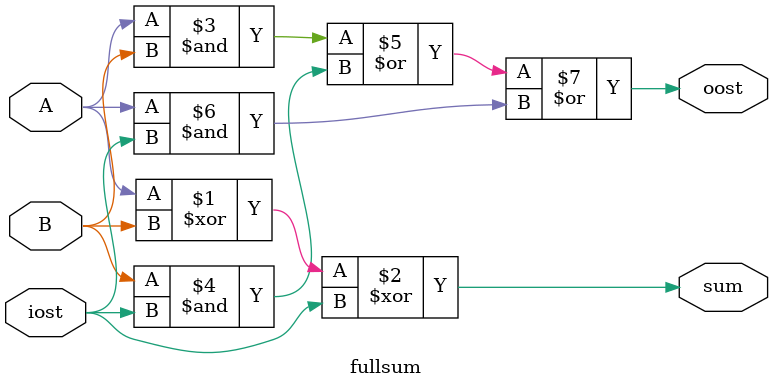
<source format=v>
module fullsum(input wire A, B, input wire iost, output wire sum, oost);
	assign sum = (A ^ B) ^ iost;
	assign oost = (A & B) | (B & iost) | (A & iost);
endmodule
</source>
